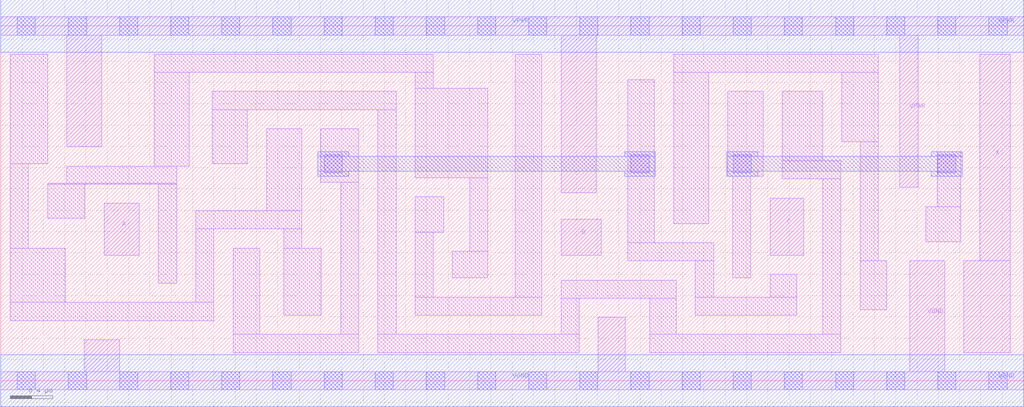
<source format=lef>
# Copyright 2020 The SkyWater PDK Authors
#
# Licensed under the Apache License, Version 2.0 (the "License");
# you may not use this file except in compliance with the License.
# You may obtain a copy of the License at
#
#     https://www.apache.org/licenses/LICENSE-2.0
#
# Unless required by applicable law or agreed to in writing, software
# distributed under the License is distributed on an "AS IS" BASIS,
# WITHOUT WARRANTIES OR CONDITIONS OF ANY KIND, either express or implied.
# See the License for the specific language governing permissions and
# limitations under the License.
#
# SPDX-License-Identifier: Apache-2.0

VERSION 5.7 ;
  NAMESCASESENSITIVE ON ;
  NOWIREEXTENSIONATPIN ON ;
  DIVIDERCHAR "/" ;
  BUSBITCHARS "[]" ;
UNITS
  DATABASE MICRONS 200 ;
END UNITS
MACRO sky130_fd_sc_lp__xor3_1
  CLASS CORE ;
  SOURCE USER ;
  FOREIGN sky130_fd_sc_lp__xor3_1 ;
  ORIGIN  0.000000  0.000000 ;
  SIZE  9.600000 BY  3.330000 ;
  SYMMETRY X Y R90 ;
  SITE unit ;
  PIN A
    ANTENNAGATEAREA  0.246000 ;
    DIRECTION INPUT ;
    USE SIGNAL ;
    PORT
      LAYER li1 ;
        RECT 0.970000 1.180000 1.300000 1.665000 ;
    END
  END A
  PIN B
    ANTENNAGATEAREA  0.729000 ;
    DIRECTION INPUT ;
    USE SIGNAL ;
    PORT
      LAYER li1 ;
        RECT 5.260000 1.180000 5.635000 1.515000 ;
    END
  END B
  PIN C
    ANTENNAGATEAREA  0.381000 ;
    DIRECTION INPUT ;
    USE SIGNAL ;
    PORT
      LAYER li1 ;
        RECT 7.220000 1.180000 7.535000 1.715000 ;
    END
  END C
  PIN X
    ANTENNADIFFAREA  0.598500 ;
    DIRECTION OUTPUT ;
    USE SIGNAL ;
    PORT
      LAYER li1 ;
        RECT 9.040000 0.265000 9.475000 1.125000 ;
        RECT 9.190000 1.125000 9.475000 3.065000 ;
    END
  END X
  PIN VGND
    DIRECTION INOUT ;
    USE GROUND ;
    PORT
      LAYER li1 ;
        RECT 0.000000 -0.085000 9.600000 0.085000 ;
        RECT 0.785000  0.085000 1.115000 0.385000 ;
        RECT 5.610000  0.085000 5.860000 0.595000 ;
        RECT 8.530000  0.085000 8.860000 1.125000 ;
      LAYER mcon ;
        RECT 0.155000 -0.085000 0.325000 0.085000 ;
        RECT 0.635000 -0.085000 0.805000 0.085000 ;
        RECT 1.115000 -0.085000 1.285000 0.085000 ;
        RECT 1.595000 -0.085000 1.765000 0.085000 ;
        RECT 2.075000 -0.085000 2.245000 0.085000 ;
        RECT 2.555000 -0.085000 2.725000 0.085000 ;
        RECT 3.035000 -0.085000 3.205000 0.085000 ;
        RECT 3.515000 -0.085000 3.685000 0.085000 ;
        RECT 3.995000 -0.085000 4.165000 0.085000 ;
        RECT 4.475000 -0.085000 4.645000 0.085000 ;
        RECT 4.955000 -0.085000 5.125000 0.085000 ;
        RECT 5.435000 -0.085000 5.605000 0.085000 ;
        RECT 5.915000 -0.085000 6.085000 0.085000 ;
        RECT 6.395000 -0.085000 6.565000 0.085000 ;
        RECT 6.875000 -0.085000 7.045000 0.085000 ;
        RECT 7.355000 -0.085000 7.525000 0.085000 ;
        RECT 7.835000 -0.085000 8.005000 0.085000 ;
        RECT 8.315000 -0.085000 8.485000 0.085000 ;
        RECT 8.795000 -0.085000 8.965000 0.085000 ;
        RECT 9.275000 -0.085000 9.445000 0.085000 ;
      LAYER met1 ;
        RECT 0.000000 -0.245000 9.600000 0.245000 ;
    END
  END VGND
  PIN VPWR
    DIRECTION INOUT ;
    USE POWER ;
    PORT
      LAYER li1 ;
        RECT 0.000000 3.245000 9.600000 3.415000 ;
        RECT 0.620000 2.195000 0.950000 3.245000 ;
        RECT 5.260000 1.765000 5.590000 3.245000 ;
        RECT 8.440000 1.815000 8.610000 3.245000 ;
      LAYER mcon ;
        RECT 0.155000 3.245000 0.325000 3.415000 ;
        RECT 0.635000 3.245000 0.805000 3.415000 ;
        RECT 1.115000 3.245000 1.285000 3.415000 ;
        RECT 1.595000 3.245000 1.765000 3.415000 ;
        RECT 2.075000 3.245000 2.245000 3.415000 ;
        RECT 2.555000 3.245000 2.725000 3.415000 ;
        RECT 3.035000 3.245000 3.205000 3.415000 ;
        RECT 3.515000 3.245000 3.685000 3.415000 ;
        RECT 3.995000 3.245000 4.165000 3.415000 ;
        RECT 4.475000 3.245000 4.645000 3.415000 ;
        RECT 4.955000 3.245000 5.125000 3.415000 ;
        RECT 5.435000 3.245000 5.605000 3.415000 ;
        RECT 5.915000 3.245000 6.085000 3.415000 ;
        RECT 6.395000 3.245000 6.565000 3.415000 ;
        RECT 6.875000 3.245000 7.045000 3.415000 ;
        RECT 7.355000 3.245000 7.525000 3.415000 ;
        RECT 7.835000 3.245000 8.005000 3.415000 ;
        RECT 8.315000 3.245000 8.485000 3.415000 ;
        RECT 8.795000 3.245000 8.965000 3.415000 ;
        RECT 9.275000 3.245000 9.445000 3.415000 ;
      LAYER met1 ;
        RECT 0.000000 3.085000 9.600000 3.575000 ;
    END
  END VPWR
  OBS
    LAYER li1 ;
      RECT 0.090000 0.565000 2.000000 0.735000 ;
      RECT 0.090000 0.735000 0.605000 1.245000 ;
      RECT 0.090000 1.245000 0.260000 2.035000 ;
      RECT 0.090000 2.035000 0.440000 3.065000 ;
      RECT 0.440000 1.525000 0.790000 1.845000 ;
      RECT 0.440000 1.845000 1.650000 1.855000 ;
      RECT 0.620000 1.855000 1.650000 2.015000 ;
      RECT 1.440000 2.015000 1.770000 2.895000 ;
      RECT 1.440000 2.895000 4.060000 3.065000 ;
      RECT 1.480000 0.915000 1.650000 1.845000 ;
      RECT 1.830000 0.735000 2.000000 1.425000 ;
      RECT 1.830000 1.425000 2.825000 1.595000 ;
      RECT 1.985000 2.035000 2.315000 2.545000 ;
      RECT 1.985000 2.545000 3.710000 2.715000 ;
      RECT 2.180000 0.265000 3.360000 0.435000 ;
      RECT 2.180000 0.435000 2.430000 1.245000 ;
      RECT 2.495000 1.595000 2.825000 2.365000 ;
      RECT 2.655000 0.615000 3.010000 1.245000 ;
      RECT 2.655000 1.245000 2.825000 1.425000 ;
      RECT 3.005000 1.865000 3.360000 2.365000 ;
      RECT 3.190000 0.435000 3.360000 1.865000 ;
      RECT 3.540000 0.265000 5.430000 0.435000 ;
      RECT 3.540000 0.435000 3.710000 2.545000 ;
      RECT 3.890000 0.615000 5.080000 0.785000 ;
      RECT 3.890000 0.785000 4.060000 1.395000 ;
      RECT 3.890000 1.395000 4.160000 1.725000 ;
      RECT 3.890000 1.905000 4.570000 2.745000 ;
      RECT 3.890000 2.745000 4.060000 2.895000 ;
      RECT 4.240000 0.965000 4.570000 1.215000 ;
      RECT 4.400000 1.215000 4.570000 1.905000 ;
      RECT 4.830000 0.785000 5.080000 3.065000 ;
      RECT 5.260000 0.435000 5.430000 0.775000 ;
      RECT 5.260000 0.775000 6.340000 0.945000 ;
      RECT 5.885000 1.125000 6.690000 1.295000 ;
      RECT 5.885000 1.295000 6.135000 2.825000 ;
      RECT 6.090000 0.265000 7.885000 0.435000 ;
      RECT 6.090000 0.435000 6.340000 0.775000 ;
      RECT 6.315000 1.475000 6.645000 2.895000 ;
      RECT 6.315000 2.895000 8.235000 3.065000 ;
      RECT 6.520000 0.615000 7.470000 0.785000 ;
      RECT 6.520000 0.785000 6.690000 1.125000 ;
      RECT 6.825000 1.920000 7.155000 2.715000 ;
      RECT 6.870000 0.965000 7.040000 1.920000 ;
      RECT 7.220000 0.785000 7.470000 1.000000 ;
      RECT 7.335000 1.895000 7.885000 2.065000 ;
      RECT 7.335000 2.065000 7.715000 2.715000 ;
      RECT 7.715000 0.435000 7.885000 1.895000 ;
      RECT 7.895000 2.245000 8.235000 2.895000 ;
      RECT 8.065000 0.665000 8.315000 1.125000 ;
      RECT 8.065000 1.125000 8.235000 2.245000 ;
      RECT 8.680000 1.305000 9.010000 1.635000 ;
      RECT 8.790000 1.635000 9.010000 2.150000 ;
    LAYER mcon ;
      RECT 3.035000 1.950000 3.205000 2.120000 ;
      RECT 5.915000 1.950000 6.085000 2.120000 ;
      RECT 6.875000 1.950000 7.045000 2.120000 ;
      RECT 8.795000 1.950000 8.965000 2.120000 ;
    LAYER met1 ;
      RECT 2.975000 1.920000 3.265000 1.965000 ;
      RECT 2.975000 1.965000 6.145000 2.105000 ;
      RECT 2.975000 2.105000 3.265000 2.150000 ;
      RECT 5.855000 1.920000 6.145000 1.965000 ;
      RECT 5.855000 2.105000 6.145000 2.150000 ;
      RECT 6.815000 1.920000 7.105000 1.965000 ;
      RECT 6.815000 1.965000 9.025000 2.105000 ;
      RECT 6.815000 2.105000 7.105000 2.150000 ;
      RECT 8.735000 1.920000 9.025000 1.965000 ;
      RECT 8.735000 2.105000 9.025000 2.150000 ;
  END
END sky130_fd_sc_lp__xor3_1

</source>
